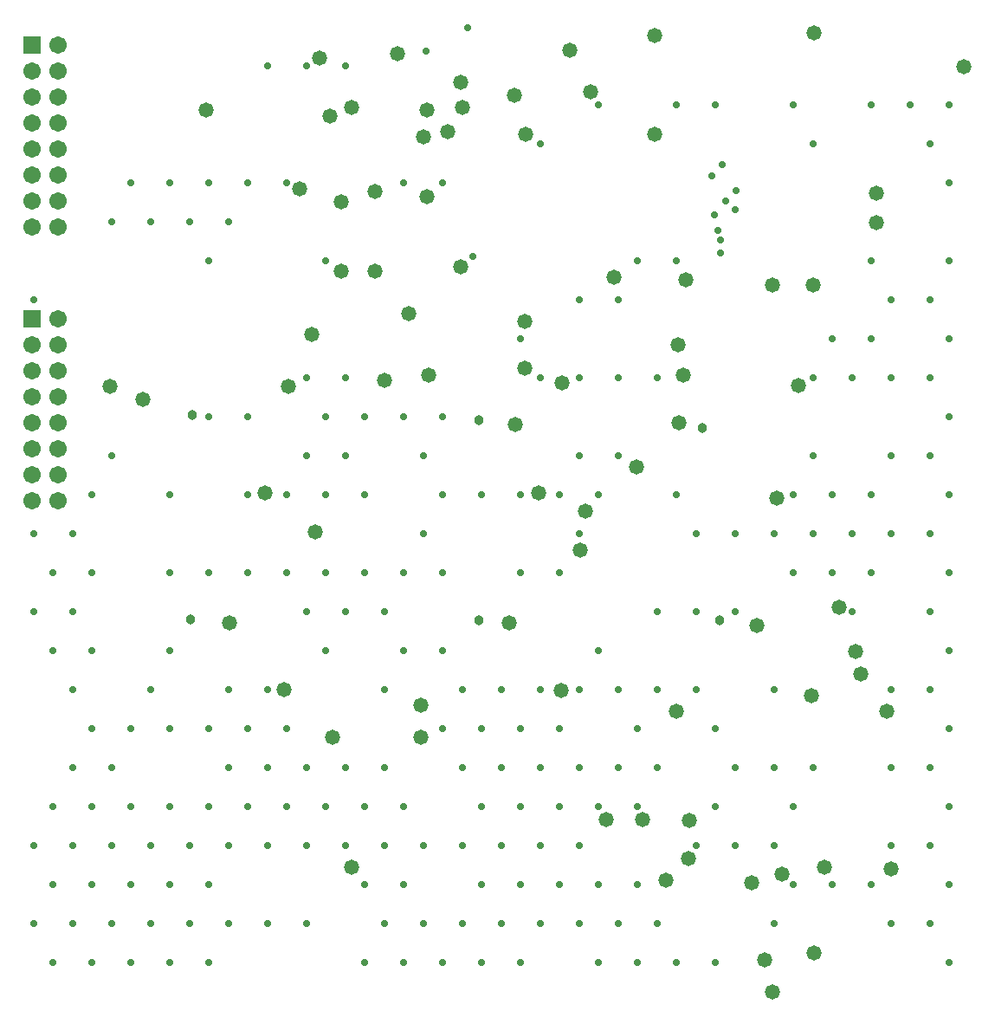
<source format=gbs>
G04*
G04 #@! TF.GenerationSoftware,Altium Limited,Altium Designer,19.1.3 (30)*
G04*
G04 Layer_Color=16711935*
%FSLAX25Y25*%
%MOIN*%
G70*
G01*
G75*
%ADD48R,0.06706X0.06706*%
%ADD49C,0.06706*%
%ADD50C,0.02800*%
%ADD51C,0.05800*%
%ADD52C,0.03800*%
D48*
X13000Y266000D02*
D03*
Y371500D02*
D03*
D49*
X23000Y266000D02*
D03*
X13000Y256000D02*
D03*
X23000D02*
D03*
X13000Y246000D02*
D03*
X23000D02*
D03*
X13000Y236000D02*
D03*
X23000D02*
D03*
X13000Y226000D02*
D03*
X23000D02*
D03*
X13000Y216000D02*
D03*
X23000D02*
D03*
X13000Y206000D02*
D03*
X23000D02*
D03*
X13000Y196000D02*
D03*
X23000D02*
D03*
Y371500D02*
D03*
X13000Y361500D02*
D03*
X23000D02*
D03*
X13000Y351500D02*
D03*
X23000D02*
D03*
X13000Y341500D02*
D03*
X23000D02*
D03*
X13000Y331500D02*
D03*
X23000D02*
D03*
X13000Y321500D02*
D03*
X23000D02*
D03*
X13000Y311500D02*
D03*
X23000D02*
D03*
X13000Y301500D02*
D03*
X23000D02*
D03*
D50*
X366000Y348500D02*
D03*
X358500Y333500D02*
D03*
X366000Y318500D02*
D03*
Y288500D02*
D03*
X358500Y273500D02*
D03*
X366000Y258500D02*
D03*
X358500Y243500D02*
D03*
X366000Y228500D02*
D03*
X358500Y213500D02*
D03*
X366000Y198500D02*
D03*
X358500Y183500D02*
D03*
X366000Y168500D02*
D03*
X358500Y153500D02*
D03*
X366000Y138500D02*
D03*
X358500Y123500D02*
D03*
X366000Y108500D02*
D03*
X358500Y93500D02*
D03*
X366000Y78500D02*
D03*
X358500Y63500D02*
D03*
X366000Y48500D02*
D03*
X358500Y33500D02*
D03*
X366000Y18500D02*
D03*
X351000Y348500D02*
D03*
X343500Y273500D02*
D03*
Y243500D02*
D03*
Y213500D02*
D03*
Y183500D02*
D03*
Y123500D02*
D03*
Y93500D02*
D03*
Y63500D02*
D03*
Y33500D02*
D03*
X336000Y348500D02*
D03*
Y288500D02*
D03*
Y258500D02*
D03*
X328500Y243500D02*
D03*
X336000Y198500D02*
D03*
X328500Y183500D02*
D03*
X336000Y168500D02*
D03*
X328500Y153500D02*
D03*
X336000Y48500D02*
D03*
X313500Y333500D02*
D03*
X321000Y258500D02*
D03*
X313500Y243500D02*
D03*
Y213500D02*
D03*
X321000Y198500D02*
D03*
X313500Y183500D02*
D03*
X321000Y168500D02*
D03*
X313500Y93500D02*
D03*
X321000Y48500D02*
D03*
X306000Y348500D02*
D03*
Y198500D02*
D03*
X298500Y183500D02*
D03*
X306000Y168500D02*
D03*
X298500Y123500D02*
D03*
Y93500D02*
D03*
X306000Y78500D02*
D03*
X298500Y63500D02*
D03*
X306000Y48500D02*
D03*
X298500Y33500D02*
D03*
X283500Y183500D02*
D03*
Y153500D02*
D03*
Y93500D02*
D03*
Y63500D02*
D03*
X276000Y348500D02*
D03*
X268500Y183500D02*
D03*
Y153500D02*
D03*
Y123500D02*
D03*
X276000Y108500D02*
D03*
Y78500D02*
D03*
X268500Y63500D02*
D03*
X276000Y18500D02*
D03*
X261000Y348500D02*
D03*
Y288500D02*
D03*
X253500Y243500D02*
D03*
X261000Y198500D02*
D03*
X253500Y153500D02*
D03*
Y123500D02*
D03*
Y93500D02*
D03*
Y33500D02*
D03*
X261000Y18500D02*
D03*
X246000Y288500D02*
D03*
X238500Y273500D02*
D03*
Y243500D02*
D03*
Y213500D02*
D03*
Y123500D02*
D03*
X246000Y108500D02*
D03*
X238500Y93500D02*
D03*
X246000Y78500D02*
D03*
Y48500D02*
D03*
X238500Y33500D02*
D03*
X246000Y18500D02*
D03*
X231000Y348500D02*
D03*
X223500Y273500D02*
D03*
Y243500D02*
D03*
Y213500D02*
D03*
X231000Y198500D02*
D03*
X223500Y183500D02*
D03*
X231000Y138500D02*
D03*
X223500Y123500D02*
D03*
Y93500D02*
D03*
X231000Y78500D02*
D03*
X223500Y63500D02*
D03*
X231000Y48500D02*
D03*
X223500Y33500D02*
D03*
X231000Y18500D02*
D03*
X208500Y333500D02*
D03*
Y243500D02*
D03*
X216000Y198500D02*
D03*
Y168500D02*
D03*
X208500Y123500D02*
D03*
X216000Y108500D02*
D03*
X208500Y93500D02*
D03*
X216000Y78500D02*
D03*
X208500Y63500D02*
D03*
X216000Y48500D02*
D03*
X208500Y33500D02*
D03*
X201000Y258500D02*
D03*
Y198500D02*
D03*
Y168500D02*
D03*
X193500Y123500D02*
D03*
X201000Y108500D02*
D03*
X193500Y93500D02*
D03*
X201000Y78500D02*
D03*
X193500Y63500D02*
D03*
X201000Y48500D02*
D03*
X193500Y33500D02*
D03*
X201000Y18500D02*
D03*
X186000Y198500D02*
D03*
X178500Y123500D02*
D03*
X186000Y108500D02*
D03*
X178500Y93500D02*
D03*
X186000Y78500D02*
D03*
X178500Y63500D02*
D03*
X186000Y48500D02*
D03*
X178500Y33500D02*
D03*
X186000Y18500D02*
D03*
X171000Y318500D02*
D03*
Y228500D02*
D03*
X163500Y213500D02*
D03*
X171000Y198500D02*
D03*
X163500Y183500D02*
D03*
X171000Y168500D02*
D03*
Y138500D02*
D03*
Y108500D02*
D03*
X163500Y63500D02*
D03*
Y33500D02*
D03*
X171000Y18500D02*
D03*
X156000Y318500D02*
D03*
Y228500D02*
D03*
Y168500D02*
D03*
X148500Y153500D02*
D03*
X156000Y138500D02*
D03*
X148500Y123500D02*
D03*
Y93500D02*
D03*
X156000Y78500D02*
D03*
X148500Y63500D02*
D03*
X156000Y48500D02*
D03*
X148500Y33500D02*
D03*
X156000Y18500D02*
D03*
X133500Y363500D02*
D03*
Y243500D02*
D03*
X141000Y228500D02*
D03*
X133500Y213500D02*
D03*
X141000Y198500D02*
D03*
Y168500D02*
D03*
X133500Y153500D02*
D03*
Y93500D02*
D03*
X141000Y78500D02*
D03*
X133500Y63500D02*
D03*
X141000Y48500D02*
D03*
Y18500D02*
D03*
X118500Y363500D02*
D03*
X126000Y288500D02*
D03*
X118500Y243500D02*
D03*
X126000Y228500D02*
D03*
X118500Y213500D02*
D03*
X126000Y198500D02*
D03*
Y168500D02*
D03*
X118500Y153500D02*
D03*
X126000Y138500D02*
D03*
X118500Y93500D02*
D03*
X126000Y78500D02*
D03*
X118500Y63500D02*
D03*
Y33500D02*
D03*
X103500Y363500D02*
D03*
X111000Y318500D02*
D03*
Y198500D02*
D03*
Y168500D02*
D03*
X103500Y123500D02*
D03*
X111000Y108500D02*
D03*
X103500Y93500D02*
D03*
X111000Y78500D02*
D03*
X103500Y63500D02*
D03*
Y33500D02*
D03*
X96000Y318500D02*
D03*
X88500Y303500D02*
D03*
X96000Y228500D02*
D03*
Y198500D02*
D03*
Y168500D02*
D03*
X88500Y123500D02*
D03*
X96000Y108500D02*
D03*
X88500Y93500D02*
D03*
X96000Y78500D02*
D03*
X88500Y63500D02*
D03*
Y33500D02*
D03*
X81000Y318500D02*
D03*
X73500Y303500D02*
D03*
X81000Y288500D02*
D03*
Y228500D02*
D03*
Y168500D02*
D03*
Y108500D02*
D03*
Y78500D02*
D03*
X73500Y63500D02*
D03*
X81000Y48500D02*
D03*
X73500Y33500D02*
D03*
X81000Y18500D02*
D03*
X66000Y318500D02*
D03*
X58500Y303500D02*
D03*
X66000Y198500D02*
D03*
Y168500D02*
D03*
Y138500D02*
D03*
X58500Y123500D02*
D03*
X66000Y108500D02*
D03*
Y78500D02*
D03*
X58500Y63500D02*
D03*
X66000Y48500D02*
D03*
X58500Y33500D02*
D03*
X66000Y18500D02*
D03*
X51000Y318500D02*
D03*
X43500Y303500D02*
D03*
Y213500D02*
D03*
X51000Y108500D02*
D03*
X43500Y93500D02*
D03*
X51000Y78500D02*
D03*
X43500Y63500D02*
D03*
X51000Y48500D02*
D03*
X43500Y33500D02*
D03*
X51000Y18500D02*
D03*
X36000Y198500D02*
D03*
X28500Y183500D02*
D03*
X36000Y168500D02*
D03*
X28500Y153500D02*
D03*
X36000Y138500D02*
D03*
X28500Y123500D02*
D03*
X36000Y108500D02*
D03*
X28500Y93500D02*
D03*
X36000Y78500D02*
D03*
X28500Y63500D02*
D03*
X36000Y48500D02*
D03*
X28500Y33500D02*
D03*
X36000Y18500D02*
D03*
X13500Y273500D02*
D03*
Y183500D02*
D03*
X21000Y168500D02*
D03*
X13500Y153500D02*
D03*
X21000Y138500D02*
D03*
Y78500D02*
D03*
X13500Y63500D02*
D03*
X21000Y48500D02*
D03*
X13500Y33500D02*
D03*
X21000Y18500D02*
D03*
X180500Y378000D02*
D03*
X182500Y290000D02*
D03*
X164500Y369000D02*
D03*
X278000Y291500D02*
D03*
Y296500D02*
D03*
X277000Y300000D02*
D03*
X275500Y306000D02*
D03*
X283500Y308000D02*
D03*
X284000Y315500D02*
D03*
X280000Y311500D02*
D03*
X274500Y321000D02*
D03*
X278500Y325500D02*
D03*
D51*
X332000Y129500D02*
D03*
X371500Y363000D02*
D03*
X314000Y22000D02*
D03*
X295000Y19500D02*
D03*
X298000Y7000D02*
D03*
X237000Y282000D02*
D03*
X203000Y337000D02*
D03*
X264500Y281000D02*
D03*
X290000Y49000D02*
D03*
X136000Y347500D02*
D03*
X153500Y368000D02*
D03*
X220000Y369500D02*
D03*
X228000Y353500D02*
D03*
X252500Y337000D02*
D03*
X165500Y244500D02*
D03*
X165000Y313000D02*
D03*
X202500Y265000D02*
D03*
X158000Y268000D02*
D03*
X342000Y115000D02*
D03*
X314000Y376000D02*
D03*
X123500Y366500D02*
D03*
X263500Y244500D02*
D03*
X299500Y197000D02*
D03*
X208000Y199000D02*
D03*
X136000Y55000D02*
D03*
X102500Y199000D02*
D03*
X128500Y105000D02*
D03*
X162500D02*
D03*
X132000Y284500D02*
D03*
X178000Y286000D02*
D03*
X132000Y311000D02*
D03*
X224000Y177000D02*
D03*
X80000Y346500D02*
D03*
X127500Y344000D02*
D03*
X198500Y352000D02*
D03*
X163500Y336000D02*
D03*
X178000Y357000D02*
D03*
X55500Y235000D02*
D03*
X43000Y240000D02*
D03*
X202500Y247000D02*
D03*
X261500Y256000D02*
D03*
X173000Y338000D02*
D03*
X178500Y347500D02*
D03*
X252500Y375000D02*
D03*
X145000Y315000D02*
D03*
Y284500D02*
D03*
X116000Y316000D02*
D03*
X165000Y346500D02*
D03*
X245500Y209000D02*
D03*
X323500Y155000D02*
D03*
X301500Y52500D02*
D03*
X148500Y242500D02*
D03*
X120500Y260000D02*
D03*
X330000Y138000D02*
D03*
X266000Y73000D02*
D03*
X162500Y117500D02*
D03*
X248000Y73500D02*
D03*
X261000Y115000D02*
D03*
X262000Y226000D02*
D03*
X313500Y279000D02*
D03*
X338000Y303000D02*
D03*
Y314500D02*
D03*
X199000Y225500D02*
D03*
X234000Y73500D02*
D03*
X257000Y50000D02*
D03*
X265500Y58500D02*
D03*
X343500Y54500D02*
D03*
X318000Y55000D02*
D03*
X110000Y123500D02*
D03*
X216500Y123000D02*
D03*
X313000Y121000D02*
D03*
X122000Y184000D02*
D03*
X89000Y149000D02*
D03*
X226000Y192000D02*
D03*
X196500Y149000D02*
D03*
X298000Y279000D02*
D03*
X292000Y148000D02*
D03*
X111500Y240000D02*
D03*
X217000Y241500D02*
D03*
X308000Y240500D02*
D03*
D52*
X277500Y150000D02*
D03*
X185000D02*
D03*
X74000Y150500D02*
D03*
X271000Y224000D02*
D03*
X185000Y227000D02*
D03*
X74500Y229000D02*
D03*
M02*

</source>
